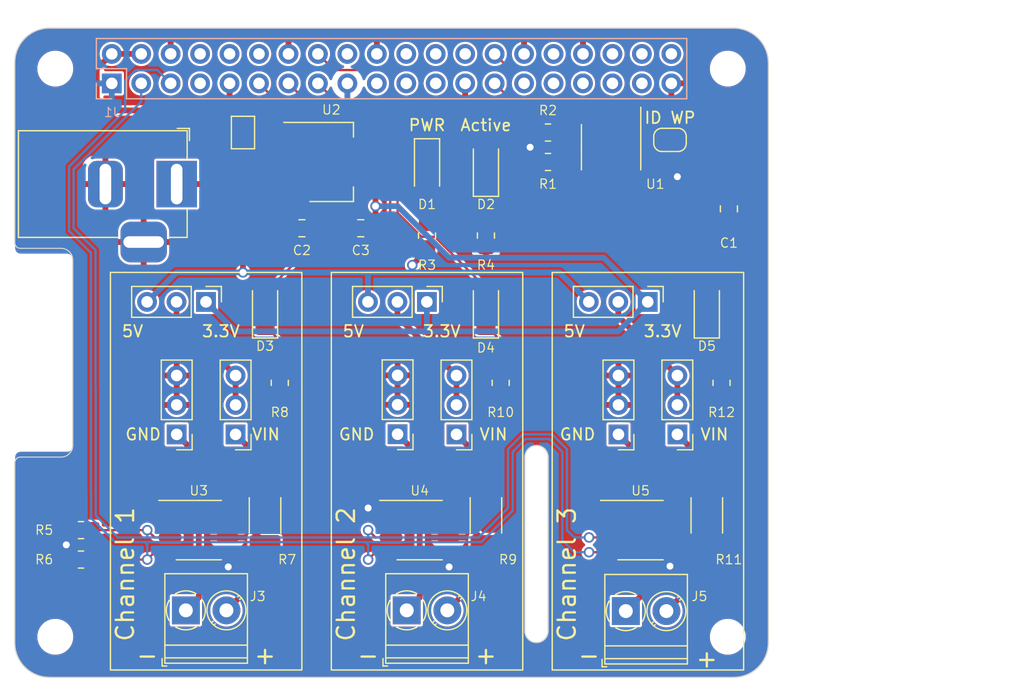
<source format=kicad_pcb>
(kicad_pcb (version 20211014) (generator pcbnew)
  (title_block (date "15 nov 2012"))
  (layers (0 "F.Cu" signal) (31 "B.Cu" signal) (34 "B.Paste" user) (35 "F.Paste" user) (36 "B.SilkS" user "B.Silkscreen") (37 "F.SilkS" user "F.Silkscreen") (38 "B.Mask" user) (39 "F.Mask" user) (44 "Edge.Cuts" user))
  (net 0 "")
  (net 1 "GND")
  (net 2 "/SCL")
  (net 3 "/GPIO[4]{slash}GPCLK0")
  (net 4 "/GPIO[14]{slash}TXD0")
  (net 5 "/GPIO[15]{slash}RXD0")
  (net 6 "/GPIO[17]")
  (net 7 "/GPIO[18]{slash}PCM.CLK")
  (net 8 "/GPIO[27]")
  (net 9 "/GPIO[22]")
  (net 10 "/GPIO[23]")
  (net 11 "/GPIO[24]")
  (net 12 "/GPIO[10]{slash}SPI0.MOSI")
  (net 13 "/GPIO[9]{slash}SPI0.MISO")
  (net 14 "/GPIO[25]")
  (net 15 "/GPIO[11]{slash}SPI0.SCLK")
  (net 16 "/GPIO[8]{slash}SPI0.CE0")
  (net 17 "/GPIO[7]{slash}SPI0.CE1")
  (net 18 "/ID_SDA")
  (net 19 "/ID_SCL")
  (net 20 "/GPIO[5]")
  (net 21 "/GPIO[6]")
  (net 22 "/GPIO[12]{slash}PWM0")
  (net 23 "/GPIO[13]{slash}PWM1")
  (net 24 "/GPIO[19]{slash}PCM.FS")
  (net 25 "/GPIO[16]")
  (net 26 "/GPIO[26]")
  (net 27 "/GPIO[20]{slash}PCM.DIN")
  (net 28 "/GPIO[21]{slash}PCM.DOUT")
  (net 29 "+5V")
  (net 30 "+3V3")
  (net 31 "/PowerChannel 1/OUT_VCC")
  (net 32 "/PowerChannel 1/OUT_GND")
  (net 33 "/PowerChannel 2/OUT_VCC")
  (net 34 "/PowerChannel 2/OUT_GND")
  (net 35 "/PowerChannel 3/OUT_VCC")
  (net 36 "/PowerChannel 3/OUT_GND")
  (net 37 "Net-(JP1-Pad1)")
  (net 38 "/PowerChannel 1/PWR")
  (net 39 "/PowerChannel 1/IN_VCC")
  (net 40 "/PowerChannel 2/PWR")
  (net 41 "/PowerChannel 2/IN_VCC")
  (net 42 "/PowerChannel 3/PWR")
  (net 43 "/PowerChannel 3/IN_VCC")
  (net 47 "/SDA")
  (net 48 "Net-(D3-Pad1)")
  (net 49 "+3.3VP")
  (net 50 "+5VP")
  (net 51 "Net-(D1-Pad2)")
  (net 52 "Net-(D2-Pad1)")
  (net 53 "Net-(D4-Pad1)")
  (net 54 "Net-(D5-Pad1)")
  (footprint "Resistor_SMD:R_0805_2012Metric_Pad1.20x1.40mm_HandSolder" (layer "F.Cu") (at 140.64 61.9 90)
    (fp_text reference "R4")
    (fp_text value "220R")
  )
  (footprint "Resistor_SMD:R_0805_2012Metric_Pad1.20x1.40mm_HandSolder" (layer "F.Cu") (at 145.99 53.01)
    (fp_text reference "R2")
    (fp_text value "3.9k")
  )
  (footprint "MountingHole:MountingHole_2.7mm_M2.5" (layer "F.Cu") (at 161.5 47.5)
    (fp_text reference "MH2" hide)
    (fp_text value "MountingHole_2.7mm_M2.5" hide)
  )
  (footprint "Package_SO:SOIC-8_3.9x4.9mm_P1.27mm" (layer "F.Cu") (at 134.925 87.3)
    (fp_text reference "U4")
    (fp_text value "INA219AxD")
  )
  (footprint "Jumper:SolderJumper-2_P1.3mm_Open_TrianglePad1.0x1.5mm" (layer "F.Cu") (at 119.685 53.01 -90)
    (fp_text reference "JP2" hide)
    (fp_text value "Jumper")
  )
  (footprint "Connector_PinHeader_2.54mm:PinHeader_1x03_P2.54mm_Vertical" (layer "F.Cu") (at 138.1 79.045 180)
    (fp_text reference "JP6" hide)
    (fp_text value "Jumper_NC_Dual")
  )
  (footprint "Resistor_SMD:R_2010_5025Metric_Pad1.40x2.65mm_HandSolder" (layer "F.Cu") (at 159.69 86.03 -90)
    (fp_text reference "R11")
    (fp_text value "?")
  )
  (footprint "Resistor_SMD:R_2010_5025Metric_Pad1.40x2.65mm_HandSolder" (layer "F.Cu") (at 121.59 86.03 -90)
    (fp_text reference "R7")
    (fp_text value "?")
  )
  (footprint "Connector_PinHeader_2.54mm:PinHeader_1x03_P2.54mm_Vertical" (layer "F.Cu") (at 154.595 67.615 -90)
    (fp_text reference "JP11" hide)
    (fp_text value "Jumper_NC_Dual")
  )
  (footprint "Resistor_SMD:R_0805_2012Metric_Pad1.20x1.40mm_HandSolder" (layer "F.Cu") (at 105.715 87.3)
    (fp_text reference "R5")
    (fp_text value "10k")
  )
  (footprint "Connector_PinHeader_2.54mm:PinHeader_1x03_P2.54mm_Vertical" (layer "F.Cu") (at 152.07 79.045 180)
    (fp_text reference "JP10" hide)
    (fp_text value "Jumper_NC_Dual")
  )
  (footprint "Connector_PinHeader_2.54mm:PinHeader_1x03_P2.54mm_Vertical" (layer "F.Cu") (at 133.02 79.03 180)
    (fp_text reference "JP7" hide)
    (fp_text value "Jumper_NC_Dual")
  )
  (footprint "Capacitor_SMD:C_0805_2012Metric_Pad1.18x1.45mm_HandSolder" (layer "F.Cu") (at 129.845 61.265 180)
    (fp_text reference "C3")
    (fp_text value "22u")
  )
  (footprint "Connector_PinHeader_2.54mm:PinHeader_1x03_P2.54mm_Vertical" (layer "F.Cu") (at 119.05 79.045 180)
    (fp_text reference "JP3" hide)
    (fp_text value "Jumper_NC_Dual")
  )
  (footprint "Resistor_SMD:R_0805_2012Metric_Pad1.20x1.40mm_HandSolder" (layer "F.Cu") (at 135.56 61.9 -90)
    (fp_text reference "R3")
    (fp_text value "220R")
  )
  (footprint "Resistor_SMD:R_0805_2012Metric_Pad1.20x1.40mm_HandSolder" (layer "F.Cu") (at 141.91 74.6 90)
    (fp_text reference "R10")
    (fp_text value "220R")
  )
  (footprint "LED_SMD:LED_1206_3216Metric_Castellated" (layer "F.Cu") (at 140.64 68.25 90)
    (fp_text reference "D4")
    (fp_text value "LED")
  )
  (footprint "Package_SO:SOIC-8_3.9x4.9mm_P1.27mm" (layer "F.Cu") (at 153.975 87.3)
    (fp_text reference "U5")
    (fp_text value "INA219AxD")
  )
  (footprint "Resistor_SMD:R_0805_2012Metric_Pad1.20x1.40mm_HandSolder" (layer "F.Cu") (at 122.86 74.6 90)
    (fp_text reference "R8")
    (fp_text value "220R")
  )
  (footprint "Jumper:SolderJumper-2_P1.3mm_Open_RoundedPad1.0x1.5mm" (layer "F.Cu") (at 156.515 53.645)
    (fp_text reference "JP1" hide)
    (fp_text value "ID_WP" hide)
  )
  (footprint "Capacitor_SMD:C_0805_2012Metric_Pad1.18x1.45mm_HandSolder" (layer "F.Cu") (at 161.595 59.5925 -90)
    (fp_text reference "C1")
    (fp_text value "100n")
  )
  (footprint "Resistor_SMD:R_2010_5025Metric_Pad1.40x2.65mm_HandSolder" (layer "F.Cu") (at 140.64 86.03 -90)
    (fp_text reference "R9")
    (fp_text value "?")
  )
  (footprint "Resistor_SMD:R_0805_2012Metric_Pad1.20x1.40mm_HandSolder" (layer "F.Cu") (at 105.715 89.84)
    (fp_text reference "R6")
    (fp_text value "10k")
  )
  (footprint "Package_SO:SOIC-8_3.9x4.9mm_P1.27mm" (layer "F.Cu") (at 115.875 87.3)
    (fp_text reference "U3")
    (fp_text value "INA219AxD")
  )
  (footprint "MountingHole:MountingHole_2.7mm_M2.5" (layer "F.Cu") (at 103.5 96.5)
    (fp_text reference "MH3" hide)
    (fp_text value "MountingHole_2.7mm_M2.5" hide)
  )
  (footprint "Connector_PinHeader_2.54mm:PinHeader_1x03_P2.54mm_Vertical" (layer "F.Cu") (at 135.545 67.615 -90)
    (fp_text reference "JP8" hide)
    (fp_text value "Jumper_NC_Dual")
  )
  (footprint "MountingHole:MountingHole_2.7mm_M2.5" (layer "F.Cu") (at 103.5 47.5)
    (fp_text reference "MH1" hide)
    (fp_text value "MountingHole_2.7mm_M2.5" hide)
  )
  (footprint "TerminalBlock_Phoenix:TerminalBlock_Phoenix_PT-1,5-2-3.5-H_1x02_P3.50mm_Horizontal" (layer "F.Cu") (at 152.705 94.285)
    (fp_text reference "J5")
    (fp_text value "Conn_01x02")
  )
  (footprint "Package_TO_SOT_SMD:SOT-223-3_TabPin2" (layer "F.Cu") (at 127.305 55.55)
    (fp_text reference "U2")
    (fp_text value "NCP1117-3.3_SOT223")
  )
  (footprint "Resistor_SMD:R_0805_2012Metric_Pad1.20x1.40mm_HandSolder" (layer "F.Cu") (at 160.96 74.6 90)
    (fp_text reference "R12")
    (fp_text value "220R")
  )
  (footprint "Resistor_SMD:R_0805_2012Metric_Pad1.20x1.40mm_HandSolder" (layer "F.Cu") (at 145.99 55.55)
    (fp_text reference "R1")
    (fp_text value "3.9k")
  )
  (footprint "Connector_PinHeader_2.54mm:PinHeader_1x03_P2.54mm_Vertical" (layer "F.Cu") (at 116.495 67.615 -90)
    (fp_text reference "JP5" hide)
    (fp_text value "Jumper_NC_Dual")
  )
  (footprint "LED_SMD:LED_1206_3216Metric_Castellated" (layer "F.Cu") (at 121.59 68.25 90)
    (fp_text reference "D3")
    (fp_text value "LED")
  )
  (footprint "MountingHole:MountingHole_2.7mm_M2.5" (layer "F.Cu") (at 161.5 96.5)
    (fp_text reference "MH4" hide)
    (fp_text value "MountingHole_2.7mm_M2.5" hide)
  )
  (footprint "shared_components:BarrelJack_CLIFF_FC68148_Horizontal" (layer "F.Cu") (at 113.97 57.455)
    (fp_text reference "J2" hide)
    (fp_text value "Barrel_Jack_Switch")
  )
  (footprint "Package_SO:SOIC-8_3.9x4.9mm_P1.27mm" (layer "F.Cu") (at 151.435 54.28 -90)
    (fp_text reference "U1")
    (fp_text value "CAT24C256")
  )
  (footprint "LED_SMD:LED_1206_3216Metric_Castellated" (layer "F.Cu") (at 135.56 56.03 -90)
    (fp_text reference "D1")
    (fp_text value "LED")
  )
  (footprint "TerminalBlock_Phoenix:TerminalBlock_Phoenix_PT-1,5-2-3.5-H_1x02_P3.50mm_Horizontal" (layer "F.Cu") (at 114.76 94.22)
    (fp_text reference "J3")
    (fp_text value "Conn_01x02")
  )
  (footprint "LED_SMD:LED_1206_3216Metric_Castellated" (layer "F.Cu") (at 159.69 68.25 90)
    (fp_text reference "D5")
    (fp_text value "LED")
  )
  (footprint "Capacitor_SMD:C_0805_2012Metric_Pad1.18x1.45mm_HandSolder" (layer "F.Cu") (at 124.765 61.265)
    (fp_text reference "C2")
    (fp_text value "22u")
  )
  (footprint "Connector_PinHeader_2.54mm:PinHeader_1x03_P2.54mm_Vertical" (layer "F.Cu") (at 113.97 79.045 180)
    (fp_text reference "JP4" hide)
    (fp_text value "Jumper_NC_Dual")
  )
  (footprint "LED_SMD:LED_1206_3216Metric_Castellated" (layer "F.Cu") (at 140.64 56.03 90)
    (fp_text reference "D2")
    (fp_text value "LED")
  )
  (footprint "TerminalBlock_Phoenix:TerminalBlock_Phoenix_PT-1,5-2-3.5-H_1x02_P3.50mm_Horizontal" (layer "F.Cu") (at 133.81 94.22)
    (fp_text reference "J4")
    (fp_text value "Conn_01x02")
  )
  (footprint "Connector_PinHeader_2.54mm:PinHeader_1x03_P2.54mm_Vertical" (layer "F.Cu") (at 157.15 79.045 180)
    (fp_text reference "JP9" hide)
    (fp_text value "Jumper_NC_Dual")
  )
  (footprint "Connector_PinSocket_2.54mm:PinSocket_2x20_P2.54mm_Vertical" (layer "B.Cu") (at 108.37 48.77 -90)
    (fp_text reference "J1")
    (fp_text value "GPIO")
  )
  (gr_rect (start 127.305 65.075) (end 143.815 99.365) (layer "F.SilkS") (width 0.12) (fill none))
  (gr_rect (start 108.255 65.075) (end 124.765 99.365) (layer "F.SilkS") (width 0.12) (fill none))
  (gr_rect (start 146.355 65.075) (end 162.865 99.365) (layer "F.SilkS") (width 0.12) (fill none))
  (gr_arc (start 100.5 63) (mid 100.146447 62.853553) (end 100 62.5) (layer "Edge.Cuts") (width 0.1))
  (gr_arc (start 162 44) (mid 164.12132 44.87868) (end 165 47) (layer "Edge.Cuts") (width 0.1))
  (gr_line (start 165 97) (end 165 47) (layer "Edge.Cuts") (width 0.1))
  (gr_line (start 100 47) (end 100 62.5) (layer "Edge.Cuts") (width 0.1))
  (gr_line (start 146 81) (end 146 96) (layer "Edge.Cuts") (width 0.1))
  (gr_line (start 144 96) (end 144 81) (layer "Edge.Cuts") (width 0.1))
  (gr_arc (start 103 100) (mid 100.87868 99.12132) (end 100 97) (layer "Edge.Cuts") (width 0.1))
  (gr_line (start 103 100) (end 162 100) (layer "Edge.Cuts") (width 0.1))
  (gr_line (start 104 81) (end 100.5 81) (layer "Edge.Cuts") (width 0.1))
  (gr_arc (start 144 81) (mid 145 80) (end 146 81) (layer "Edge.Cuts") (width 0.1))
  (gr_arc (start 100 81.5) (mid 100.146447 81.146447) (end 100.5 81) (layer "Edge.Cuts") (width 0.1))
  (gr_arc (start 165 97) (mid 164.12132 99.12132) (end 162 100) (layer "Edge.Cuts") (width 0.1))
  (gr_line (start 105 64) (end 105 80) (layer "Edge.Cuts") (width 0.1))
  (gr_arc (start 100 47) (mid 100.87868 44.87868) (end 103 44) (layer "Edge.Cuts") (width 0.1))
  (gr_arc (start 146 96) (mid 145 97) (end 144 96) (layer "Edge.Cuts") (width 0.1))
  (gr_line (start 100 81.5) (end 100 97) (layer "Edge.Cuts") (width 0.1))
  (gr_line (start 100.5 63) (end 104 63) (layer "Edge.Cuts") (width 0.1))
  (gr_arc (start 105 80) (mid 104.707107 80.707106) (end 104 81) (layer "Edge.Cuts") (width 0.1))
  (gr_arc (start 104 63) (mid 104.707106 63.292893) (end 105 64) (layer "Edge.Cuts") (width 0.1))
  (gr_line (start 162 44) (end 103 44) (layer "Edge.Cuts") (width 0.1))
  (gr_text "+" (at 140.64 98.095) (layer "F.SilkS") (effects (font (size 1.5 1.5) (thickness 0.2))))
  (gr_text "-" (at 130.48 98.095) (layer "F.SilkS") (effects (font (size 1.5 1.5) (thickness 0.2))))
  (gr_text "+" (at 159.69 98.385) (layer "F.SilkS") (effects (font (size 1.5 1.5) (thickness 0.2))))
  (gr_text "-" (at 149.53 98.095) (layer "F.SilkS") (effects (font (size 1.5 1.5) (thickness 0.2))))
  (gr_text "+" (at 121.59 98.095) (layer "F.SilkS") (effects (font (size 1.5 1.5) (thickness 0.2))))
  (gr_text "Channel 3" (at 147.625 91.11 90) (layer "F.SilkS") (effects (font (size 1.5 1.5) (thickness 0.2))))
  (gr_text "Channel 1" (at 109.525 91.11 90) (layer "F.SilkS") (effects (font (size 1.5 1.5) (thickness 0.2))))
  (gr_text "-" (at 111.43 98.095) (layer "F.SilkS") (effects (font (size 1.5 1.5) (thickness 0.2))))
  (gr_text "Channel 2" (at 128.575 91.11 90) (layer "F.SilkS") (effects (font (size 1.5 1.5) (thickness 0.2))))
  (segment (start 113.4 89.205) (end 112.065 89.205) (width 0.2) (layer "F.Cu") (net 2))
  (segment (start 112.065 89.205) (end 111.43 89.84) (width 0.2) (layer "F.Cu") (net 2))
  (segment (start 151.5 89.205) (end 149.53 89.205) (width 0.2) (layer "F.Cu") (net 2))
  (segment (start 111.43 89.84) (end 106.715 89.84) (width 0.2) (layer "F.Cu") (net 2))
  (segment (start 132.4175 89.205) (end 131.0825 89.205) (width 0.2) (layer "F.Cu") (net 2))
  (segment (start 131.115 89.205) (end 130.48 89.84) (width 0.2) (layer "F.Cu") (net 2))
  (via (at 111.43 89.84) (size 0.9) (drill 0.6) (layers "F.Cu" "B.Cu") (net 2))
  (via (at 149.53 89.205) (size 0.9) (drill 0.6) (layers "F.Cu" "B.Cu") (net 2))
  (via (at 130.48 89.84) (size 0.9) (drill 0.6) (layers "F.Cu" "B.Cu") (net 2))
  (segment (start 106.57096 63.39096) (end 106.57096 84.11048) (width 0.2) (layer "B.Cu") (net 2))
  (segment (start 144.05048 79.44452) (end 146.11952 79.44452) (width 0.2) (layer "B.Cu") (net 2))
  (segment (start 147.22548 80.55048) (end 147.225481 88.170481) (width 0.2) (layer "B.Cu") (net 2))
  (segment (start 106.58548 84.11048) (end 106.585481 86.265481) (width 0.2) (layer "B.Cu") (net 2))
  (segment (start 104.68048 55.94952) (end 104.68048 61.50048) (width 0.2) (layer "B.Cu") (net 2))
  (segment (start 142.944519 85.630481) (end 142.944519 80.550481) (width 0.2) (layer "B.Cu") (net 2))
  (segment (start 112.300489 47.620489) (end 110.433856 47.620489) (width 0.2) (layer "B.Cu") (net 2))
  (segment (start 113.45 48.77) (end 112.300489 47.620489) (width 0.2) (layer "B.Cu") (net 2))
  (segment (start 109.525 51.105) (end 104.68048 55.94952) (width 0.2) (layer "B.Cu") (net 2))
  (segment (start 106.57096 84.11048) (end 106.58548 84.11048) (width 0.2) (layer "B.Cu") (net 2))
  (segment (start 106.585481 86.265481) (end 108.65452 88.33452) (width 0.2) (layer "B.Cu") (net 2))
  (segment (start 110.433856 47.620489) (end 109.525 48.529345) (width 0.2) (layer "B.Cu") (net 2))
  (segment (start 142.944519 80.550481) (end 144.05048 79.44452) (width 0.2) (layer "B.Cu") (net 2))
  (segment (start 140.24048 88.33452) (end 142.944519 85.630481) (width 0.2) (layer "B.Cu") (net 2))
  (segment (start 111.19452 88.33452) (end 111.43 88.57) (width 0.2) (layer "B.Cu") (net 2))
  (segment (start 146.11952 79.44452) (end 147.22548 80.55048) (width 0.2) (layer "B.Cu") (net 2))
  (segment (start 147.225481 88.170481) (end 148.26 89.205) (width 0.2) (layer "B.Cu") (net 2))
  (segment (start 108.65452 88.33452) (end 140.24048 88.33452) (width 0.2) (layer "B.Cu") (net 2))
  (segment (start 109.525 48.529345) (end 109.525 51.105) (width 0.2) (layer "B.Cu") (net 2))
  (segment (start 148.26 89.205) (end 149.53 89.205) (width 0.2) (layer "B.Cu") (net 2))
  (segment (start 111.43 88.57) (end 111.43 89.84) (width 0.2) (layer "B.Cu") (net 2))
  (segment (start 104.68048 61.50048) (end 106.57096 63.39096) (width 0.2) (layer "B.Cu") (net 2))
  (segment (start 130.48 88.57) (end 130.48 89.84) (width 0.2) (layer "B.Cu") (net 2))
  (segment (start 130.48 88.57) (end 130.24452 88.33452) (width 0.2) (layer "B.Cu") (net 2))
  (segment (start 131.115 51.105) (end 132.385 52.375) (width 0.2) (layer "F.Cu") (net 6))
  (segment (start 121.07 48.77) (end 123.405 51.105) (width 0.2) (layer "F.Cu") (net 6))
  (segment (start 132.385 52.375) (end 132.385 61.352138) (width 0.2) (layer "F.Cu") (net 6))
  (segment (start 129.932138 63.805) (end 124.61 63.805) (width 0.2) (layer "F.Cu") (net 6))
  (segment (start 123.405 51.105) (end 131.115 51.105) (width 0.2) (layer "F.Cu") (net 6))
  (segment (start 124.61 63.805) (end 121.59 66.825) (width 0.2) (layer "F.Cu") (net 6))
  (segment (start 132.385 61.352138) (end 129.932138 63.805) (width 0.2) (layer "F.Cu") (net 6))
  (segment (start 133.02 52.375) (end 133.02 59.937138) (width 0.2) (layer "F.Cu") (net 8))
  (segment (start 135.083342 62.00048) (end 136.237618 62.00048) (width 0.2) (layer "F.Cu") (net 8))
  (segment (start 136.237618 62.00048) (end 140.64 66.402862) (width 0.2) (layer "F.Cu") (net 8))
  (segment (start 131.350481 50.705481) (end 133.02 52.375) (width 0.2) (layer "F.Cu") (net 8))
  (segment (start 133.02 59.937138) (end 135.083342 62.00048) (width 0.2) (layer "F.Cu") (net 8))
  (segment (start 140.64 66.402862) (end 140.64 66.825) (width 0.2) (layer "F.Cu") (net 8))
  (segment (start 123.61 48.77) (end 125.54548 50.70548) (width 0.2) (layer "F.Cu") (net 8))
  (segment (start 125.54548 50.70548) (end 131.350481 50.705481) (width 0.2) (layer "F.Cu") (net 8))
  (segment (start 142.545 56.185) (end 146.99 60.63) (width 0.2) (layer "F.Cu") (net 9))
  (segment (start 127.68596 50.30596) (end 131.515968 50.305962) (width 0.2) (layer "F.Cu") (net 9))
  (segment (start 133.655 52.444994) (end 133.655 54.602138) (width 0.2) (layer "F.Cu") (net 9))
  (segment (start 131.515968 50.305962) (end 133.655 52.444994) (width 0.2) (layer "F.Cu") (net 9))
  (segment (start 153.495 60.63) (end 159.69 66.825) (width 0.2) (layer "F.Cu") (net 9))
  (segment (start 146.99 60.63) (end 153.495 60.63) (width 0.2) (layer "F.Cu") (net 9))
  (segment (start 135.237862 56.185) (end 142.545 56.185) (width 0.2) (layer "F.Cu") (net 9))
  (segment (start 126.15 48.77) (end 127.68596 50.30596) (width 0.2) (layer "F.Cu") (net 9))
  (segment (start 133.655 54.602138) (end 135.237862 56.185) (width 0.2) (layer "F.Cu") (net 9))
  (segment (start 132.385 48.299345) (end 132.385 50.47) (width 0.2) (layer "F.Cu") (net 10))
  (segment (start 131.706144 47.620489) (end 132.385 48.299345) (width 0.2) (layer "F.Cu") (net 10))
  (segment (start 126.15 46.23) (end 127.540489 47.620489) (width 0.2) (layer "F.Cu") (net 10))
  (segment (start 127.540489 47.620489) (end 131.706144 47.620489) (width 0.2) (layer "F.Cu") (net 10))
  (segment (start 132.385 50.47) (end 133.655 51.74) (width 0.2) (layer "F.Cu") (net 10))
  (segment (start 133.655 51.74) (end 137.775 51.74) (width 0.2) (layer "F.Cu") (net 10))
  (segment (start 137.775 51.74) (end 140.64 54.605) (width 0.2) (layer "F.Cu") (net 10))
  (segment (start 145.88952 54.44952) (end 146.99 55.55) (width 0.2) (layer "F.Cu") (net 18))
  (segment (start 145.085 51.105) (end 145.88952 51.90952) (width 0.2) (layer "F.Cu") (net 18))
  (segment (start 148.325 55.55) (end 146.99 55.55) (width 0.2) (layer "F.Cu") (net 18))
  (segment (start 141.39 48.77) (end 143.725 51.105) (width 0.2) (layer "F.Cu") (net 18))
  (segment (start 145.88952 51.90952) (end 145.88952 54.44952) (width 0.2) (layer "F.Cu") (net 18))
  (segment (start 149.53 56.755) (end 148.325 55.55) (width 0.2) (layer "F.Cu") (net 18))
  (segment (start 143.725 51.105) (end 145.085 51.105) (width 0.2) (layer "F.Cu") (net 18))
  (segment (start 141.39 46.23) (end 142.539511 47.379511) (width 0.2) (layer "F.Cu") (net 19))
  (segment (start 146.99 51.74) (end 146.99 53.01) (width 0.2) (layer "F.Cu") (net 19))
  (segment (start 142.539511 47.379511) (end 142.539511 49.005166) (width 0.2) (layer "F.Cu") (net 19))
  (segment (start 145.72 50.47) (end 146.99 51.74) (width 0.2) (layer "F.Cu") (net 19))
  (segment (start 150.8 56.414283) (end 147.395717 53.01) (width 0.2) (layer "F.Cu") (net 19))
  (segment (start 150.8 56.755) (end 150.8 56.414283) (width 0.2) (layer "F.Cu") (net 19))
  (segment (start 144.004345 50.47) (end 145.72 50.47) (width 0.2) (layer "F.Cu") (net 19))
  (segment (start 147.395717 53.01) (end 146.99 53.01) (width 0.2) (layer "F.Cu") (net 19))
  (segment (start 142.539511 49.005166) (end 144.004345 50.47) (width 0.2) (layer "F.Cu") (net 19))
  (segment (start 108.37 46.23) (end 110.91 46.23) (width 0.5) (layer "F.Cu") (net 29))
  (segment (start 107.070489 50.069511) (end 108.105978 51.105) (width 0.5) (layer "F.Cu") (net 29))
  (segment (start 107.070489 47.529511) (end 107.070489 50.069511) (width 0.5) (layer "F.Cu") (net 29))
  (segment (start 118.505 51.105) (end 119.685 52.285) (width 0.5) (layer "F.Cu") (net 29))
  (segment (start 108.37 46.23) (end 107.070489 47.529511) (width 0.5) (layer "F.Cu") (net 29))
  (segment (start 108.105978 51.105) (end 118.505 51.105) (width 0.5) (layer "F.Cu") (net 29))
  (segment (start 104.445 89.57) (end 104.715 89.84) (width 0.2) (layer "F.Cu") (net 30))
  (segment (start 144.45 53.55) (end 144.99 53.01) (width 0.2) (layer "F.Cu") (net 30))
  (segment (start 157.15 56.82) (end 159.86 56.82) (width 0.2) (layer "F.Cu") (net 30))
  (segment (start 104.445 87.57) (end 104.715 87.3) (width 0.2) (layer "F.Cu") (net 30))
  (segment (start 104.445 88.57) (end 104.445 89.57) (width 0.2) (layer "F.Cu") (net 30))
  (segment (start 157.15 53.66) (end 157.165 53.645) (width 0.2) (layer "F.Cu") (net 30))
  (segment (start 132.385 86.665) (end 131.685 86.665) (width 0.2) (layer "F.Cu") (net 30))
  (segment (start 118.35 89.205) (end 118.35 90.41) (width 0.2) (layer "F.Cu") (net 30))
  (segment (start 137.465 89.205) (end 137.465 90.41) (width 0.2) (layer "F.Cu") (net 30))
  (segment (start 144.45 55.01) (end 144.99 55.55) (width 0.2) (layer "F.Cu") (net 30))
  (segment (start 144.45 54.28) (end 144.45 53.55) (width 0.2) (layer "F.Cu") (net 30))
  (segment (start 131.75 86.665) (end 130.48 85.395) (width 0.2) (layer "F.Cu") (net 30))
  (segment (start 157.15 56.82) (end 157.15 53.66) (width 0.2) (layer "F.Cu") (net 30))
  (segment (start 118.35 90.41) (end 118.415 90.475) (width 0.2) (layer "F.Cu") (net 30))
  (segment (start 104.445 88.57) (end 104.445 87.57) (width 0.2) (layer "F.Cu") (net 30))
  (segment (start 156.515 89.205) (end 156.515 90.41) (width 0.2) (layer "F.Cu") (net 30))
  (segment (start 157.15 56.82) (end 153.405 56.82) (width 0.2) (layer "F.Cu") (net 30))
  (segment (start 153.405 56.82) (end 153.34 56.755) (width 0.2) (layer "F.Cu") (net 30))
  (segment (start 144.45 54.28) (end 144.45 55.01) (width 0.2) (layer "F.Cu") (net 30))
  (segment (start 159.86 56.82) (end 161.595 58.555) (width 0.2) (layer "F.Cu") (net 30))
  (via (at 104.445 88.57) (size 0.9) (drill 0.6) (layers "F.Cu" "B.Cu") (net 30))
  (via (at 118.415 90.475) (size 0.9) (drill 0.6) (layers "F.Cu" "B.Cu") (net 30))
  (via (at 156.515 90.41) (size 0.9) (drill 0.6) (layers "F.Cu" "B.Cu") (net 30))
  (via (at 144.45 54.28) (size 0.9) (drill 0.6) (layers "F.Cu" "B.Cu") (net 30))
  (via (at 137.465 90.475) (size 0.9) (drill 0.6) (layers "F.Cu" "B.Cu") (net 30))
  (via (at 157.15 56.82) (size 0.9) (drill 0.6) (layers "F.Cu" "B.Cu") (net 30))
  (via (at 130.48 85.395) (size 0.9) (drill 0.6) (layers "F.Cu" "B.Cu") (net 30))
  (segment (start 118.35 86.665) (end 119.825 86.665) (width 0.5) (layer "F.Cu") (net 31))
  (segment (start 119.825 86.665) (end 121.59 88.43) (width 0.5) (layer "F.Cu") (net 31))
  (segment (start 121.59 90.89) (end 118.26 94.22) (width 0.5) (layer "F.Cu") (net 31))
  (segment (start 121.59 88.43) (end 121.59 90.89) (width 0.5) (layer "F.Cu") (net 31))
  (segment (start 113.97 79.045) (end 115.875 80.95) (width 0.5) (layer "F.Cu") (net 32))
  (segment (start 115.875 80.95) (end 115.875 93.105) (width 0.5) (layer "F.Cu") (net 32))
  (segment (start 115.875 93.105) (end 114.76 94.22) (width 0.5) (layer "F.Cu") (net 32))
  (segment (start 137.4 86.665) (end 138.875 86.665) (width 0.5) (layer "F.Cu") (net 33))
  (segment (start 140.64 88.43) (end 140.64 90.89) (width 0.5) (layer "F.Cu") (net 33))
  (segment (start 138.875 86.665) (end 140.64 88.43) (width 0.5) (layer "F.Cu") (net 33))
  (segment (start 140.64 90.89) (end 137.31 94.22) (width 0.5) (layer "F.Cu") (net 33))
  (segment (start 134.925 93.105) (end 133.81 94.22) (width 0.5) (layer "F.Cu") (net 34))
  (segment (start 133.02 79.03) (end 134.925 80.935) (width 0.5) (layer "F.Cu") (net 34))
  (segment (start 134.925 80.935) (end 134.925 93.105) (width 0.5) (layer "F.Cu") (net 34))
  (segment (start 156.45 86.665) (end 157.925 86.665) (width 0.5) (layer "F.Cu") (net 35))
  (segment (start 159.69 90.8) (end 156.205 94.285) (width 0.5) (layer "F.Cu") (net 35))
  (segment (start 159.69 88.43) (end 159.69 90.8) (width 0.5) (layer "F.Cu") (net 35))
  (segment (start 157.925 86.665) (end 159.69 88.43) (width 0.5) (layer "F.Cu") (net 35))
  (segment (start 152.07 79.045) (end 153.975 80.95) (width 0.5) (layer "F.Cu") (net 36))
  (segment (start 153.975 80.95) (end 153.975 93.015) (width 0.5) (layer "F.Cu") (net 36))
  (segment (start 153.975 93.015) (end 152.705 94.285) (width 0.5) (layer "F.Cu") (net 36))
  (segment (start 153.975 53.645) (end 155.865 53.645) (width 0.2) (layer "F.Cu") (net 37))
  (segment (start 152.07 55.55) (end 153.975 53.645) (width 0.2) (layer "F.Cu") (net 37))
  (segment (start 152.07 56.755) (end 152.07 55.55) (width 0.2) (layer "F.Cu") (net 37))
  (segment (start 119.05 73.965) (end 119.05 76.505) (width 0.5) (layer "F.Cu") (net 38))
  (segment (start 113.955 67.615) (end 113.955 68.87) (width 0.5) (layer "F.Cu") (net 38))
  (segment (start 113.955 68.87) (end 119.05 73.965) (width 0.5) (layer "F.Cu") (net 38))
  (segment (start 121.59 81.585) (end 119.05 79.045) (width 0.5) (layer "F.Cu") (net 39))
  (segment (start 118.35 85.395) (end 119.825 85.395) (width 0.5) (layer "F.Cu") (net 39))
  (segment (start 121.59 83.63) (end 121.59 81.585) (width 0.5) (layer "F.Cu") (net 39))
  (segment (start 119.825 85.395) (end 121.59 83.63) (width 0.5) (layer "F.Cu") (net 39))
  (segment (start 133.005 68.87) (end 138.1 73.965) (width 0.5) (layer "F.Cu") (net 40))
  (segment (start 133.005 67.615) (end 133.005 68.87) (width 0.5) (layer "F.Cu") (net 40))
  (segment (start 138.1 73.965) (end 138.1 76.505) (width 0.5) (layer "F.Cu") (net 40))
  (segment (start 140.64 83.63) (end 140.64 81.585) (width 0.5) (layer "F.Cu") (net 41))
  (segment (start 138.875 85.395) (end 140.64 83.63) (width 0.5) (layer "F.Cu") (net 41))
  (segment (start 137.4 85.395) (end 138.875 85.395) (width 0.5) (layer "F.Cu") (net 41))
  (segment (start 140.64 81.585) (end 138.1 79.045) (width 0.5) (layer "F.Cu") (net 41))
  (segment (start 152.055 67.615) (end 152.055 68.87) (width 0.5) (layer "F.Cu") (net 42))
  (segment (start 152.055 68.87) (end 157.15 73.965) (width 0.5) (layer "F.Cu") (net 42))
  (segment (start 157.15 73.965) (end 157.15 76.505) (width 0.5) (layer "F.Cu") (net 42))
  (segment (start 157.925 85.395) (end 159.69 83.63) (width 0.5) (layer "F.Cu") (net 43))
  (segment (start 159.69 81.585) (end 159.69 83.63) (width 0.5) (layer "F.Cu") (net 43))
  (segment (start 156.45 85.395) (end 157.925 85.395) (width 0.5) (layer "F.Cu") (net 43))
  (segment (start 157.15 79.045) (end 159.69 81.585) (width 0.5) (layer "F.Cu") (net 43))
  (segment (start 113.4 87.935) (end 112.065 87.935) (width 0.2) (layer "F.Cu") (net 47))
  (segment (start 132.4175 87.935) (end 131.0825 87.935) (width 0.2) (layer "F.Cu") (net 47))
  (segment (start 131.115 87.935) (end 130.48 87.3) (width 0.2) (layer "F.Cu") (net 47))
  (segment (start 112.065 87.935) (end 111.43 87.3) (width 0.2) (layer "F.Cu") (net 47))
  (segment (start 151.435 86.665) (end 151.435 87.935) (width 0.2) (layer "F.Cu") (net 47))
  (segment (start 106.715 87.3) (end 111.43 87.3) (width 0.2) (layer "F.Cu") (net 47))
  (segment (start 151.5 87.935) (end 149.53 87.935) (width 0.2) (layer "F.Cu") (net 47))
  (via (at 111.43 87.3) (size 0.9) (drill 0.6) (layers "F.Cu" "B.Cu") (net 47))
  (via (at 130.48 87.3) (size 0.9) (drill 0.6) (layers "F.Cu" "B.Cu") (net 47))
  (via (at 149.53 87.935) (size 0.9) (drill 0.6) (layers "F.Cu" "B.Cu") (net 47))
  (segment (start 147.625 80.315) (end 147.625 87.3) (width 0.2) (layer "B.Cu") (net 47))
  (segment (start 110.91 50.355) (end 105.08 56.185) (width 0.2) (layer "B.Cu") (net 47))
  (segment (start 106.985 75.235) (end 106.985 86.03) (width 0.2) (layer "B.Cu") (net 47))
  (segment (start 106.985 86.03) (end 108.89 87.935) (width 0.2) (layer "B.Cu") (net 47))
  (segment (start 140.005 87.935) (end 142.545 85.395) (width 0.2) (layer "B.Cu") (net 47))
  (segment (start 143.815 79.045) (end 146.355 79.045) (width 0.2) (layer "B.Cu") (net 47))
  (segment (start 106.97048 75.22048) (end 106.985 75.235) (width 0.2) (layer "B.Cu") (net 47))
  (segment (start 130.48 87.935) (end 130.48 87.3) (width 0.2) (layer "B.Cu") (net 47))
  (segment (start 105.08 56.185) (end 105.08 61.265) (width 0.2) (layer "B.Cu") (net 47))
  (segment (start 142.545 85.395) (end 142.545 80.315) (width 0.2) (layer "B.Cu") (net 47))
  (segment (start 111.43 87.3) (end 111.43 87.935) (width 0.2) (layer "B.Cu") (net 47))
  (segment (start 147.625 87.3) (end 148.26 87.935) (width 0.2) (layer "B.Cu") (net 47))
  (segment (start 108.89 87.935) (end 140.005 87.935) (width 0.2) (layer "B.Cu") (net 47))
  (segment (start 110.91 48.77) (end 110.91 50.355) (width 0.2) (layer "B.Cu") (net 47))
  (segment (start 105.08 61.265) (end 106.97048 63.15548) (width 0.2) (layer "B.Cu") (net 47))
  (segment (start 142.545 80.315) (end 143.815 79.045) (width 0.2) (layer "B.Cu") (net 47))
  (segment (start 148.26 87.935) (end 149.53 87.935) (width 0.2) (layer "B.Cu") (net 47))
  (segment (start 106.97048 63.15548) (end 106.97048 75.22048) (width 0.2) (layer "B.Cu") (net 47))
  (segment (start 146.355 79.045) (end 147.625 80.315) (width 0.2) (layer "B.Cu") (net 47))
  (segment (start 122.86 70.945) (end 122.86 73.6) (width 0.2) (layer "F.Cu") (net 48))
  (segment (start 121.59 69.675) (end 122.86 70.945) (width 0.2) (layer "F.Cu") (net 48))
  (segment (start 131.115 59.36) (end 131.115 56.21) (width 0.5) (layer "F.Cu") (net 49))
  (segment (start 131.115 61.0325) (end 130.8825 61.265) (width 0.5) (layer "F.Cu") (net 49))
  (segment (start 131.115 56.21) (end 130.455 55.55) (width 0.5) (layer "F.Cu") (net 49))
  (segment (start 131.115 59.36) (end 131.115 61.0325) (width 0.5) (layer "F.Cu") (net 49))
  (segment (start 124.155 55.55) (end 130.455 55.55) (width 0.5) (layer "F.Cu") (net 49))
  (via (at 131.115 59.36) (size 0.9) (drill 0.6) (layers "F.Cu" "B.Cu") (net 49))
  (segment (start 150.785 63.805) (end 137.465 63.805) (width 0.5) (layer "B.Cu") (net 49))
  (segment (start 116.51 67.615) (end 119.05 70.155) (width 0.5) (layer "B.Cu") (net 49))
  (segment (start 154.595 67.615) (end 150.785 63.805) (width 0.5) (layer "B.Cu") (net 49))
  (segment (start 131.115 59.36) (end 133.02 59.36) (width 0.5) (layer "B.Cu") (net 49))
  (segment (start 135.545 70.14) (end 135.56 70.155) (width 0.5) (layer "B.Cu") (net 49))
  (segment (start 133.02 59.36) (end 137.465 63.805) (width 0.5) (layer "B.Cu") (net 49))
  (segment (start 116.495 67.615) (end 116.51 67.615) (width 0.5) (layer "B.Cu") (net 49))
  (segment (start 135.56 70.155) (end 152.055 70.155) (width 0.5) (layer "B.Cu") (net 49))
  (segment (start 135.545 67.615) (end 135.545 70.14) (width 0.5) (layer "B.Cu") (net 49))
  (segment (start 119.05 70.155) (end 135.56 70.155) (width 0.5) (layer "B.Cu") (net 49))
  (segment (start 152.055 70.155) (end 154.595 67.615) (width 0.5) (layer "B.Cu") (net 49))
  (segment (start 119.685 57.455) (end 119.685 65.075) (width 0.5) (layer "F.Cu") (net 50))
  (segment (start 123.76 57.455) (end 124.155 57.85) (width 0.5) (layer "F.Cu") (net 50))
  (segment (start 123.7275 58.2775) (end 124.155 57.85) (width 0.5) (layer "F.Cu") (net 50))
  (segment (start 123.7275 61.265) (end 123.7275 58.2775) (width 0.5) (layer "F.Cu") (net 50))
  (segment (start 135.56 63.17) (end 134.29 64.44) (width 0.5) (layer "F.Cu") (net 50))
  (segment (start 119.685 57.455) (end 123.76 57.455) (width 0.5) (layer "F.Cu") (net 50))
  (segment (start 135.56 62.9) (end 135.56 63.17) (width 0.5) (layer "F.Cu") (net 50))
  (segment (start 113.97 57.455) (end 119.685 57.455) (width 0.5) (layer "F.Cu") (net 50))
  (segment (start 119.685 53.735) (end 119.685 57.455) (width 0.5) (layer "F.Cu") (net 50))
  (via (at 134.29 64.44) (size 0.9) (drill 0.6) (layers "F.Cu" "B.Cu") (net 50))
  (via (at 119.685 65.075) (size 0.9) (drill 0.6) (layers "F.Cu" "B.Cu") (net 50))
  (segment (start 146.975 65.075) (end 149.515 67.615) (width 0.5) (layer "B.Cu") (net 50))
  (segment (start 111.415 67.615) (end 113.955 65.075) (width 0.5) (layer "B.Cu") (net 50))
  (segment (start 130.465 65.09) (end 130.465 67.615) (width 0.5) (layer "B.Cu") (net 50))
  (segment (start 135.56 65.075) (end 146.975 65.075) (width 0.5) (layer "B.Cu") (net 50))
  (segment (start 113.955 65.075) (end 119.685 65.075) (width 0.5) (layer "B.Cu") (net 50))
  (segment (start 134.29 65.075) (end 135.56 65.075) (width 0.5) (layer "B.Cu") (net 50))
  (segment (start 119.685 65.075) (end 130.48 65.075) (width 0.5) (layer "B.Cu") (net 50))
  (segment (start 134.29 65.075) (end 134.29 64.44) (width 0.5) (layer "B.Cu") (net 50))
  (segment (start 130.48 65.075) (end 130.465 65.09) (width 0.5) (layer "B.Cu") (net 50))
  (segment (start 130.48 65.075) (end 134.29 65.075) (width 0.5) (layer "B.Cu") (net 50))
  (segment (start 135.56 57.455) (end 135.56 60.9) (width 0.2) (layer "F.Cu") (net 51))
  (segment (start 140.64 57.455) (end 140.64 60.9) (width 0.2) (layer "F.Cu") (net 52))
  (segment (start 141.91 70.945) (end 141.91 73.6) (width 0.2) (layer "F.Cu") (net 53))
  (segment (start 140.64 69.675) (end 141.91 70.945) (width 0.2) (layer "F.Cu") (net 53))
  (segment (start 159.69 69.675) (end 160.96 70.945) (width 0.2) (layer "F.Cu") (net 54))
  (segment (start 160.96 70.945) (end 160.96 73.6) (width 0.2) (layer "F.Cu") (net 54))
  (zone (net 1) (net_name "GND") (layer "F.Cu") (connect_pads (clearance 0)) (min_thickness 0.254) (fill yes (thermal_gap 0.508) (thermal_bridge_width 0.508))
    (polygon (pts (xy 167.31 101.27) (xy 98.73 101.27) (xy 98.73 41.58) (xy 167.31 41.58)))
  )
  (zone (net 30) (net_name "+3V3") (layer "B.Cu") (connect_pads (clearance 0)) (min_thickness 0.254) (fill yes (thermal_gap 0.508) (thermal_bridge_width 0.508))
    (polygon (pts (xy 166.04 100) (xy 100 100) (xy 100 42.85) (xy 166.04 42.85)))
  )
)
</source>
